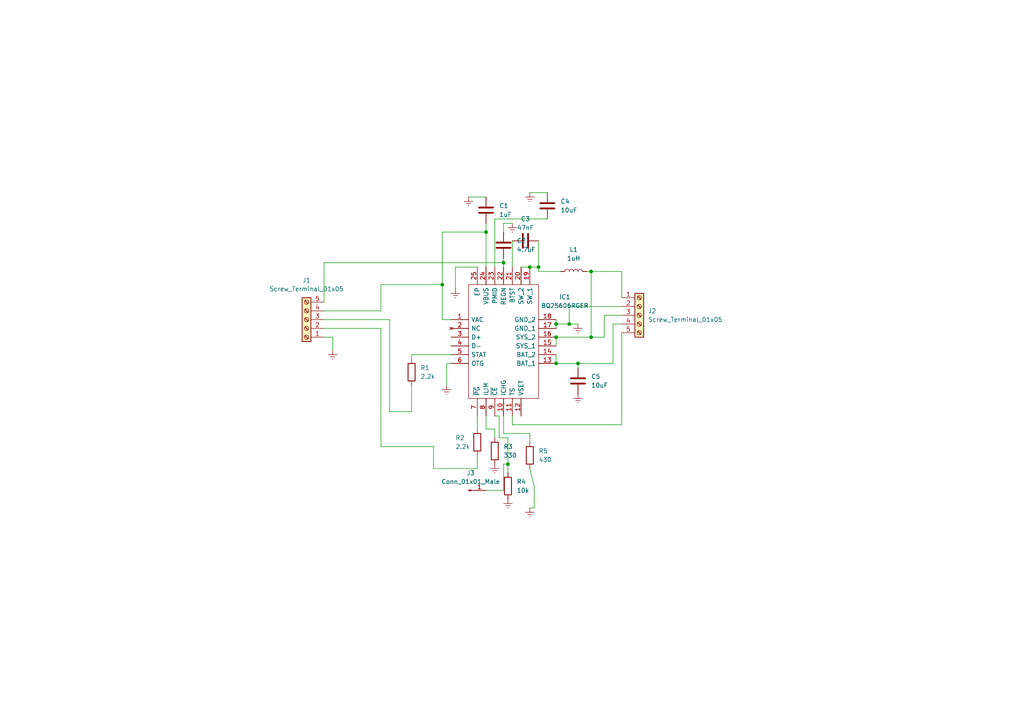
<source format=kicad_sch>
(kicad_sch (version 20211123) (generator eeschema)
  (paper "A4")
  (lib_symbols
    (symbol "BQ25606RGER:BQ25606RGER" (pin_names (offset 0.762))
      (property "Reference" "IC" (at 26.67 15.24 0))
      (property "Value" "BQ25606RGER" (at 26.67 12.7 0))
      (symbol "BQ25606RGER_0_0"
        (pin passive line (at 0 0 0) (length 5.08) (name "VAC") (number "1"))
        (pin passive line (at 15.24 -27.94 90) (length 5.08) (name "ICHG") (number "10"))
        (pin passive line (at 17.78 -27.94 90) (length 5.08) (name "TS") (number "11"))
        (pin passive line (at 20.32 -27.94 90) (length 5.08) (name "VSET") (number "12"))
        (pin passive line (at 30.48 -12.7 180) (length 5.08) (name "BAT_1") (number "13"))
        (pin passive line (at 30.48 -10.16 180) (length 5.08) (name "BAT_2") (number "14"))
        (pin passive line (at 30.48 -7.62 180) (length 5.08) (name "SYS_1") (number "15"))
        (pin passive line (at 30.48 -5.08 180) (length 5.08) (name "SYS_2") (number "16"))
        (pin passive line (at 30.48 -2.54 180) (length 5.08) (name "GND_1") (number "17"))
        (pin passive line (at 30.48 0 180) (length 5.08) (name "GND_2") (number "18"))
        (pin passive line (at 22.86 15.24 270) (length 5.08) (name "SW_1") (number "19"))
        (pin no_connect line (at 0 -2.54 0) (length 5.08) (name "NC") (number "2"))
        (pin passive line (at 20.32 15.24 270) (length 5.08) (name "SW_2") (number "20"))
        (pin passive line (at 17.78 15.24 270) (length 5.08) (name "BTST") (number "21"))
        (pin passive line (at 15.24 15.24 270) (length 5.08) (name "REGN") (number "22"))
        (pin passive line (at 12.7 15.24 270) (length 5.08) (name "PMID") (number "23"))
        (pin passive line (at 10.16 15.24 270) (length 5.08) (name "VBUS") (number "24"))
        (pin passive line (at 7.62 15.24 270) (length 5.08) (name "EP") (number "25"))
        (pin passive line (at 0 -5.08 0) (length 5.08) (name "D+") (number "3"))
        (pin passive line (at 0 -7.62 0) (length 5.08) (name "D-") (number "4"))
        (pin passive line (at 0 -10.16 0) (length 5.08) (name "STAT") (number "5"))
        (pin passive line (at 0 -12.7 0) (length 5.08) (name "OTG") (number "6"))
        (pin passive line (at 7.62 -27.94 90) (length 5.08) (name "~{PG}") (number "7"))
        (pin passive line (at 10.16 -27.94 90) (length 5.08) (name "ILIM") (number "8"))
        (pin passive line (at 12.7 -27.94 90) (length 5.08) (name "~{CE}") (number "9"))
      )
      (symbol "BQ25606RGER_0_1"
        (polyline (pts (xy 5.08 10.16) (xy 25.4 10.16) (xy 25.4 -22.86) (xy 5.08 -22.86) (xy 5.08 10.16)) (stroke (width 0.1524)))
      )
    )
    (symbol "Connector:Conn_01x01_Male" (pin_names (offset 1.016) hide)
      (property "Reference" "J" (at 0 2.54 0))
      (property "Value" "Conn_01x01_Male" (at 0 -2.54 0))
      (symbol "Conn_01x01_Male_1_1"
        (polyline (pts (xy 1.27 0) (xy 0.8636 0)) (stroke (width 0.1524)))
        (rectangle (start 0.8636 0.127) (end 0 -0.127) (stroke (width 0.1524)) (fill (type outline)))
        (pin passive line (at 5.08 0 180) (length 3.81) (name "Pin_1") (number "1"))
      )
    )
    (symbol "Connector:Screw_Terminal_01x05" (pin_names (offset 1.016) hide)
      (property "Reference" "J" (at 0 7.62 0))
      (property "Value" "Screw_Terminal_01x05" (at 0 -7.62 0))
      (symbol "Screw_Terminal_01x05_1_1"
        (rectangle (start -1.27 6.35) (end 1.27 -6.35) (stroke (width 0.254)) (fill (type background)))
        (circle (center 0 -5.08) (radius 0.635) (stroke (width 0.1524)))
        (circle (center 0 -2.54) (radius 0.635) (stroke (width 0.1524)))
        (polyline (pts (xy -0.5334 -4.7498) (xy 0.3302 -5.588)) (stroke (width 0.1524)))
        (polyline (pts (xy -0.5334 -2.2098) (xy 0.3302 -3.048)) (stroke (width 0.1524)))
        (polyline (pts (xy -0.5334 0.3302) (xy 0.3302 -0.508)) (stroke (width 0.1524)))
        (polyline (pts (xy -0.5334 2.8702) (xy 0.3302 2.032)) (stroke (width 0.1524)))
        (polyline (pts (xy -0.5334 5.4102) (xy 0.3302 4.572)) (stroke (width 0.1524)))
        (polyline (pts (xy -0.3556 -4.572) (xy 0.508 -5.4102)) (stroke (width 0.1524)))
        (polyline (pts (xy -0.3556 -2.032) (xy 0.508 -2.8702)) (stroke (width 0.1524)))
        (polyline (pts (xy -0.3556 0.508) (xy 0.508 -0.3302)) (stroke (width 0.1524)))
        (polyline (pts (xy -0.3556 3.048) (xy 0.508 2.2098)) (stroke (width 0.1524)))
        (polyline (pts (xy -0.3556 5.588) (xy 0.508 4.7498)) (stroke (width 0.1524)))
        (circle (center 0 0) (radius 0.635) (stroke (width 0.1524)))
        (circle (center 0 2.54) (radius 0.635) (stroke (width 0.1524)))
        (circle (center 0 5.08) (radius 0.635) (stroke (width 0.1524)))
        (pin passive line (at -5.08 5.08 0) (length 3.81) (name "Pin_1") (number "1"))
        (pin passive line (at -5.08 2.54 0) (length 3.81) (name "Pin_2") (number "2"))
        (pin passive line (at -5.08 0 0) (length 3.81) (name "Pin_3") (number "3"))
        (pin passive line (at -5.08 -2.54 0) (length 3.81) (name "Pin_4") (number "4"))
        (pin passive line (at -5.08 -5.08 0) (length 3.81) (name "Pin_5") (number "5"))
      )
    )
    (symbol "Device:C" (pin_numbers hide) (pin_names (offset 0.254))
      (property "Reference" "C" (at 0.635 2.54 0))
      (property "Value" "C" (at 0.635 -2.54 0))
      (symbol "C_0_1"
        (polyline (pts (xy -2.032 -0.762) (xy 2.032 -0.762)) (stroke (width 0.508)))
        (polyline (pts (xy -2.032 0.762) (xy 2.032 0.762)) (stroke (width 0.508)))
      )
      (symbol "C_1_1"
        (pin passive line (at 0 3.81 270) (length 2.794) (name "~") (number "1"))
        (pin passive line (at 0 -3.81 90) (length 2.794) (name "~") (number "2"))
      )
    )
    (symbol "Device:L" (pin_numbers hide) (pin_names (offset 1.016) hide)
      (property "Reference" "L" (at -1.27 0 90))
      (property "Value" "L" (at 1.905 0 90))
      (symbol "L_0_1"
        (arc (start 0 -2.54) (mid 0.635 -1.905) (end 0 -1.27))
        (arc (start 0 -1.27) (mid 0.635 -0.635) (end 0 0))
        (arc (start 0 0) (mid 0.635 0.635) (end 0 1.27))
        (arc (start 0 1.27) (mid 0.635 1.905) (end 0 2.54))
      )
      (symbol "L_1_1"
        (pin passive line (at 0 3.81 270) (length 1.27) (name "1") (number "1"))
        (pin passive line (at 0 -3.81 90) (length 1.27) (name "2") (number "2"))
      )
    )
    (symbol "Device:R" (pin_numbers hide) (pin_names (offset 0))
      (property "Reference" "R" (at 2.032 0 90))
      (property "Value" "R" (at 0 0 90))
      (symbol "R_0_1"
        (rectangle (start -1.016 -2.54) (end 1.016 2.54) (stroke (width 0.254)))
      )
      (symbol "R_1_1"
        (pin passive line (at 0 3.81 270) (length 1.27) (name "~") (number "1"))
        (pin passive line (at 0 -3.81 90) (length 1.27) (name "~") (number "2"))
      )
    )
    (symbol "Earth_1" (power) (pin_numbers hide) (pin_names (offset 0) hide)
      (symbol "Earth_1_0_1"
        (polyline (pts (xy -0.635 -1.905) (xy 0.635 -1.905)))
        (polyline (pts (xy -0.127 -2.54) (xy 0.127 -2.54)))
        (polyline (pts (xy 0 -1.27) (xy 0 0)))
        (polyline (pts (xy 1.27 -1.27) (xy -1.27 -1.27)))
      )
      (symbol "Earth_1_1_1"
        (pin power_in line (at 0 0 270) (length 0) hide (name "Earth") (number "1"))
      )
    )
    (symbol "Earth_2" (power) (pin_numbers hide) (pin_names (offset 0) hide)
      (symbol "Earth_2_0_1"
        (polyline (pts (xy -0.635 -1.905) (xy 0.635 -1.905)))
        (polyline (pts (xy -0.127 -2.54) (xy 0.127 -2.54)))
        (polyline (pts (xy 0 -1.27) (xy 0 0)))
        (polyline (pts (xy 1.27 -1.27) (xy -1.27 -1.27)))
      )
      (symbol "Earth_2_1_1"
        (pin power_in line (at 0 0 270) (length 0) hide (name "Earth") (number "1"))
      )
    )
    (symbol "power:Earth" (power) (pin_numbers hide) (pin_names (offset 0) hide)
      (symbol "Earth_0_1"
        (polyline (pts (xy -0.635 -1.905) (xy 0.635 -1.905)))
        (polyline (pts (xy -0.127 -2.54) (xy 0.127 -2.54)))
        (polyline (pts (xy 0 -1.27) (xy 0 0)))
        (polyline (pts (xy 1.27 -1.27) (xy -1.27 -1.27)))
      )
      (symbol "Earth_1_1"
        (pin power_in line (at 0 0 270) (length 0) hide (name "Earth") (number "1"))
      )
    )
  )
  (junction (at 171.45 78.74))
  (junction (at 128.27 82.55))
  (junction (at 146.05 76.2))
  (junction (at 140.97 67.31))
  (junction (at 161.29 97.79))
  (junction (at 165.1 93.98))
  (junction (at 161.29 93.98))
  (junction (at 161.29 105.41))
  (junction (at 153.67 77.47))
  (junction (at 167.64 105.41))
  (junction (at 147.32 134.62))
  (junction (at 156.21 77.47))
  (junction (at 171.45 97.79))
  (wire (pts (xy 135.89 57.15) (xy 140.97 57.15)))
  (wire (pts (xy 146.05 134.62) (xy 147.32 134.62)))
  (wire (pts (xy 119.38 119.38) (xy 113.03 119.38)))
  (wire (pts (xy 175.26 91.44) (xy 175.26 97.79)))
  (wire (pts (xy 171.45 97.79) (xy 161.29 97.79)))
  (wire (pts (xy 130.81 92.71) (xy 128.27 92.71)))
  (wire (pts (xy 140.97 67.31) (xy 140.97 77.47)))
  (wire (pts (xy 154.94 140.97) (xy 154.94 147.32)))
  (wire (pts (xy 138.43 135.89) (xy 125.73 135.89)))
  (wire (pts (xy 93.98 76.2) (xy 93.98 87.63)))
  (wire (pts (xy 148.59 123.19) (xy 148.59 120.65)))
  (wire (pts (xy 146.05 64.77) (xy 146.05 67.31)))
  (wire (pts (xy 138.43 77.47) (xy 132.08 77.47)))
  (wire (pts (xy 148.59 69.85) (xy 148.59 77.47)))
  (wire (pts (xy 153.67 55.88) (xy 158.75 55.88)))
  (wire (pts (xy 138.43 132.08) (xy 138.43 135.89)))
  (wire (pts (xy 151.13 77.47) (xy 153.67 77.47)))
  (wire (pts (xy 146.05 142.24) (xy 146.05 134.62)))
  (wire (pts (xy 170.18 78.74) (xy 171.45 78.74)))
  (wire (pts (xy 177.8 93.98) (xy 177.8 105.41)))
  (wire (pts (xy 156.21 78.74) (xy 156.21 77.47)))
  (wire (pts (xy 128.27 92.71) (xy 128.27 82.55)))
  (wire (pts (xy 119.38 111.76) (xy 119.38 119.38)))
  (wire (pts (xy 156.21 77.47) (xy 153.67 77.47)))
  (wire (pts (xy 171.45 78.74) (xy 171.45 97.79)))
  (wire (pts (xy 161.29 105.41) (xy 167.64 105.41)))
  (wire (pts (xy 93.98 97.79) (xy 96.52 97.79)))
  (wire (pts (xy 161.29 102.87) (xy 161.29 105.41)))
  (wire (pts (xy 147.32 127) (xy 144.78 127)))
  (wire (pts (xy 153.67 128.27) (xy 153.67 125.73)))
  (wire (pts (xy 140.97 120.65) (xy 140.97 124.46)))
  (wire (pts (xy 175.26 97.79) (xy 171.45 97.79)))
  (wire (pts (xy 165.1 93.98) (xy 161.29 93.98)))
  (wire (pts (xy 146.05 64.77) (xy 148.59 64.77)))
  (wire (pts (xy 180.34 93.98) (xy 177.8 93.98)))
  (wire (pts (xy 110.49 82.55) (xy 128.27 82.55)))
  (wire (pts (xy 128.27 67.31) (xy 140.97 67.31)))
  (wire (pts (xy 165.1 88.9) (xy 165.1 93.98)))
  (wire (pts (xy 180.34 86.36) (xy 180.34 78.74)))
  (wire (pts (xy 143.51 124.46) (xy 143.51 127)))
  (wire (pts (xy 167.64 105.41) (xy 167.64 106.68)))
  (wire (pts (xy 93.98 90.17) (xy 110.49 90.17)))
  (wire (pts (xy 140.97 124.46) (xy 143.51 124.46)))
  (wire (pts (xy 110.49 129.54) (xy 125.73 129.54)))
  (wire (pts (xy 147.32 134.62) (xy 147.32 127)))
  (wire (pts (xy 143.51 63.5) (xy 158.75 63.5)))
  (wire (pts (xy 119.38 102.87) (xy 119.38 104.14)))
  (wire (pts (xy 156.21 69.85) (xy 156.21 77.47)))
  (wire (pts (xy 180.34 91.44) (xy 175.26 91.44)))
  (wire (pts (xy 171.45 78.74) (xy 180.34 78.74)))
  (wire (pts (xy 129.54 105.41) (xy 130.81 105.41)))
  (wire (pts (xy 132.08 77.47) (xy 132.08 83.82)))
  (wire (pts (xy 119.38 102.87) (xy 130.81 102.87)))
  (wire (pts (xy 180.34 123.19) (xy 148.59 123.19)))
  (wire (pts (xy 154.94 147.32) (xy 153.67 147.32)))
  (wire (pts (xy 153.67 125.73) (xy 146.05 125.73)))
  (wire (pts (xy 140.97 142.24) (xy 146.05 142.24)))
  (wire (pts (xy 113.03 119.38) (xy 113.03 92.71)))
  (wire (pts (xy 110.49 95.25) (xy 110.49 129.54)))
  (wire (pts (xy 146.05 125.73) (xy 146.05 120.65)))
  (wire (pts (xy 144.78 127) (xy 144.78 120.65)))
  (wire (pts (xy 96.52 97.79) (xy 96.52 101.6)))
  (wire (pts (xy 93.98 76.2) (xy 146.05 76.2)))
  (wire (pts (xy 146.05 74.93) (xy 146.05 76.2)))
  (wire (pts (xy 138.43 124.46) (xy 138.43 120.65)))
  (wire (pts (xy 129.54 111.76) (xy 129.54 105.41)))
  (wire (pts (xy 144.78 120.65) (xy 143.51 120.65)))
  (wire (pts (xy 125.73 135.89) (xy 125.73 129.54)))
  (wire (pts (xy 140.97 64.77) (xy 140.97 67.31)))
  (wire (pts (xy 161.29 93.98) (xy 161.29 95.25)))
  (wire (pts (xy 180.34 88.9) (xy 165.1 88.9)))
  (wire (pts (xy 156.21 78.74) (xy 162.56 78.74)))
  (wire (pts (xy 110.49 90.17) (xy 110.49 82.55)))
  (wire (pts (xy 93.98 95.25) (xy 110.49 95.25)))
  (wire (pts (xy 128.27 82.55) (xy 128.27 67.31)))
  (wire (pts (xy 146.05 76.2) (xy 146.05 77.47)))
  (wire (pts (xy 161.29 97.79) (xy 161.29 100.33)))
  (wire (pts (xy 165.1 93.98) (xy 167.64 93.98)))
  (wire (pts (xy 154.94 140.97) (xy 153.67 135.89)))
  (wire (pts (xy 177.8 105.41) (xy 167.64 105.41)))
  (wire (pts (xy 180.34 96.52) (xy 180.34 123.19)))
  (wire (pts (xy 147.32 137.16) (xy 147.32 134.62)))
  (wire (pts (xy 161.29 92.71) (xy 161.29 93.98)))
  (wire (pts (xy 143.51 63.5) (xy 143.51 77.47)))
  (wire (pts (xy 93.98 92.71) (xy 113.03 92.71)))
  (symbol (lib_name "Earth_2") (lib_id "power:Earth") (at 143.51 134.62 0) (unit 1)
    (property "Reference" "#PWR0108" (effects hide))
    (property "Value" "Earth" (effects hide))
  )
  (symbol (lib_id "Device:R") (at 153.67 132.08 0) (unit 1)
    (property "Reference" "R5" (at 156.21 130.8099 0) (effects (justify left)))
    (property "Value" "430" (at 156.21 133.3499 0) (effects (justify left)))
    (property "Footprint" "rst 430:ERJH3" (effects hide))
  )
  (symbol (lib_name "Earth_2") (lib_id "power:Earth") (at 167.64 93.98 0) (unit 1)
    (property "Reference" "#PWR0104" (effects hide))
    (property "Value" "Earth" (effects hide))
  )
  (symbol (lib_id "Device:C") (at 140.97 60.96 0) (unit 1)
    (property "Reference" "C1" (at 144.78 59.6899 0) (effects (justify left)))
    (property "Value" "1uF" (at 144.78 62.2299 0) (effects (justify left)))
    (property "Footprint" "1uF cap:C1206" (effects hide))
  )
  (symbol (lib_name "Earth_2") (lib_id "power:Earth") (at 147.32 144.78 0) (unit 1)
    (property "Reference" "#PWR0107" (effects hide))
    (property "Value" "Earth" (effects hide))
  )
  (symbol (lib_id "power:Earth") (at 132.08 83.82 0) (unit 1)
    (property "Reference" "#PWR02" (effects hide))
    (property "Value" "Earth" (effects hide))
  )
  (symbol (lib_name "Earth_2") (lib_id "power:Earth") (at 153.67 147.32 0) (unit 1)
    (property "Reference" "#PWR0109" (effects hide))
    (property "Value" "Earth" (effects hide))
  )
  (symbol (lib_id "Device:C") (at 146.05 71.12 0) (unit 1)
    (property "Reference" "C2" (at 149.86 69.8499 0) (effects (justify left)))
    (property "Value" "4.7uF" (at 149.86 72.3899 0) (effects (justify left)))
    (property "Footprint" "cap 4.7uf:C1210" (effects hide))
  )
  (symbol (lib_id "Device:R") (at 147.32 140.97 0) (unit 1)
    (property "Reference" "R4" (at 149.86 139.6999 0) (effects (justify left)))
    (property "Value" "10k" (at 149.86 142.2399 0) (effects (justify left)))
    (property "Footprint" "10k rst:ERA8KEB1004V" (effects hide))
  )
  (symbol (lib_id "Device:C") (at 152.4 69.85 90) (unit 1)
    (property "Reference" "C3" (at 152.4 63.5 90))
    (property "Value" "47nF" (at 152.4 66.04 90))
    (property "Footprint" "47nF:C1005_Commercial" (effects hide))
  )
  (symbol (lib_name "Earth_2") (lib_id "power:Earth") (at 153.67 55.88 0) (unit 1)
    (property "Reference" "#PWR0102" (effects hide))
    (property "Value" "Earth" (effects hide))
  )
  (symbol (lib_id "Device:R") (at 138.43 128.27 0) (unit 1)
    (property "Reference" "R2" (at 132.08 127 0) (effects (justify left)))
    (property "Value" "2.2k" (at 132.08 129.54 0) (effects (justify left)))
    (property "Footprint" "2.2k rst:RESC2012X65N" (effects hide))
  )
  (symbol (lib_id "power:Earth") (at 129.54 111.76 0) (unit 1)
    (property "Reference" "#PWR0106" (effects hide))
    (property "Value" "Earth" (effects hide))
  )
  (symbol (lib_id "Device:R") (at 119.38 107.95 0) (unit 1)
    (property "Reference" "R1" (at 121.92 106.6799 0) (effects (justify left)))
    (property "Value" "2.2k" (at 121.92 109.2199 0) (effects (justify left)))
    (property "Footprint" "2.2k rst:RESC2012X65N" (effects hide))
  )
  (symbol (lib_id "BQ25606RGER:BQ25606RGER") (at 130.81 92.71 0) (unit 1)
    (property "Reference" "IC1" (at 163.83 86.1312 0))
    (property "Value" "BQ25606RGER" (at 163.83 88.6712 0))
    (property "Footprint" "QFN50P400X400X100-25N-D" (effects hide))
    (property "Datasheet" "http://www.ti.com/lit/gpn/bq25606" (effects hide))
    (property "Description" "Stand Alone Single Cell 3-A Fast Charger with High Input Voltage and Power Path" (effects hide))
    (property "Height" "1" (effects hide))
    (property "Mouser Part Number" "595-BQ25606RGER" (effects hide))
    (property "Mouser Price/Stock" "https://www.mouser.co.uk/ProductDetail/Texas-Instruments/BQ25606RGER?qs=5aG0NVq1C4zkYp5xuky4%2Fg%3D%3D" (effects hide))
    (property "Manufacturer_Name" "Texas Instruments" (effects hide))
    (property "Manufacturer_Part_Number" "BQ25606RGER" (effects hide))
  )
  (symbol (lib_name "Earth_1") (lib_id "power:Earth") (at 148.59 64.77 0) (unit 1)
    (property "Reference" "#PWR0103" (effects hide))
    (property "Value" "Earth" (effects hide))
  )
  (symbol (lib_id "Device:R") (at 143.51 130.81 0) (unit 1)
    (property "Reference" "R3" (at 146.05 129.5399 0) (effects (justify left)))
    (property "Value" "330" (at 146.05 132.0799 0) (effects (justify left)))
    (property "Footprint" "rst 330:H2C_H2R" (effects hide))
  )
  (symbol (lib_id "power:Earth") (at 96.52 101.6 0) (unit 1)
    (property "Reference" "#PWR01" (effects hide))
    (property "Value" "Earth" (effects hide))
  )
  (symbol (lib_id "Device:C") (at 167.64 110.49 0) (unit 1)
    (property "Reference" "C5" (at 171.45 109.2199 0) (effects (justify left)))
    (property "Value" "10uF" (at 171.45 111.7599 0) (effects (justify left)))
    (property "Footprint" "10uF MLCC:CAPC2012X94N" (effects hide))
  )
  (symbol (lib_id "Connector:Conn_01x01_Male") (at 135.89 142.24 0) (unit 1)
    (property "Reference" "J3" (at 136.525 137.16 0))
    (property "Value" "Conn_01x01_Male" (at 136.525 139.7 0))
    (property "Footprint" "Connector_PinHeader_1.00mm:PinHeader_1x01_P1.00mm_Vertical" (effects hide))
  )
  (symbol (lib_id "Connector:Screw_Terminal_01x05") (at 88.9 92.71 180) (unit 1)
    (property "Reference" "J1" (at 88.9 81.28 0))
    (property "Value" "Screw_Terminal_01x05" (at 88.9 83.82 0))
    (property "Footprint" "TerminalBlock_MetzConnect:TerminalBlock_MetzConnect_Type059_RT06305HBWC_1x05_P3.50mm_Horizontal" (effects hide))
  )
  (symbol (lib_id "Device:C") (at 158.75 59.69 0) (unit 1)
    (property "Reference" "C4" (at 162.56 58.4199 0) (effects (justify left)))
    (property "Value" "10uF" (at 162.56 60.9599 0) (effects (justify left)))
    (property "Footprint" "10uF MLCC:CAPC2012X94N" (effects hide))
  )
  (symbol (lib_id "power:Earth") (at 135.89 57.15 0) (unit 1)
    (property "Reference" "#PWR0101" (effects hide))
    (property "Value" "Earth" (effects hide))
  )
  (symbol (lib_id "Device:L") (at 166.37 78.74 90) (unit 1)
    (property "Reference" "L1" (at 166.37 72.39 90))
    (property "Value" "1uH" (at 166.37 74.93 90))
    (property "Footprint" "1uH indc:IHHP0805ZHER1R0M01" (effects hide))
  )
  (symbol (lib_name "Earth_2") (lib_id "power:Earth") (at 167.64 114.3 0) (unit 1)
    (property "Reference" "#PWR0105" (effects hide))
    (property "Value" "Earth" (effects hide))
  )
  (symbol (lib_id "Connector:Screw_Terminal_01x05") (at 185.42 91.44 0) (unit 1)
    (property "Reference" "J2" (at 187.96 90.1699 0) (effects (justify left)))
    (property "Value" "Screw_Terminal_01x05" (at 187.96 92.7099 0) (effects (justify left)))
    (property "Footprint" "TerminalBlock_MetzConnect:TerminalBlock_MetzConnect_Type059_RT06305HBWC_1x05_P3.50mm_Horizontal" (effects hide))
  )
)
</source>
